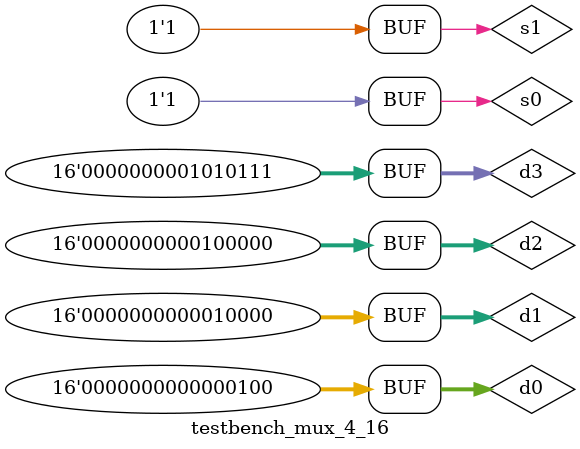
<source format=v>
module mux(y,s,d0,d1);
	input d0,d1,s;
	output y;
	wire t1,t2,sbar;
	nand(sbar,s,s);
	nand(t1,d1,s);
	nand(t2,d0,sbar);
	nand(y,t1,t2);
endmodule

module mux_16(y,s,d0,d1);
	input [15:0]s;
	input [15:0]d0,d1;
	output[15:0]y;
	mux mux_1[15:0](y,s,d0,d1);
endmodule

module mux_4_16(y,s0,s1,d0,d1,d2,d3);
	output [15:0]y;
	input s0,s1;
	input[15:0]d0,d1,d2,d3;
	wire[15:0]a,b;
	mux_16 mux_16_1(a,s1,d0,d1);
	mux_16 mux_16_2(b,s1,d2,d3);
	mux_16 mux_16_3(y,s0,a,b);
endmodule	

module testbench_mux_4_16();
	wire y;
	reg [15:0]d0,d1,d2,d3;
	reg s0,s1;
	mux_4_16 a(y,s0,s1,d0,d1,d2,d3);
	initial
		begin
			d0=4; d1=16; d2=32; d3=87;
			#10 s0=0; s1=0;
			#10 s0=0; s1=1;
			#10 s0=1; s1=0;
			#10 s0=1; s1=1;
		end
endmodule		
</source>
